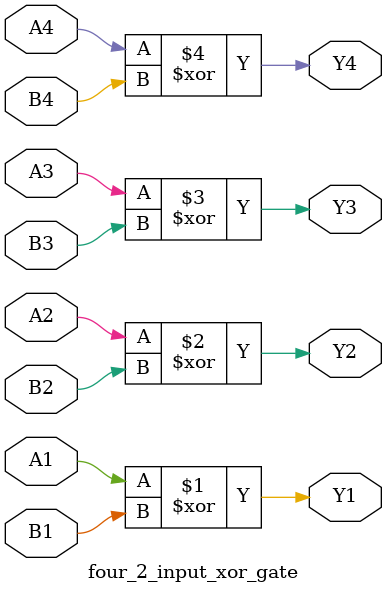
<source format=v>
`timescale 1ns / 1ps


module four_2_input_xor_gate #(parameter Delay = 0)(
    input wire A1,B1,A2,B2,A3,B3,A4,B4,
    output wire Y1,Y2,Y3,Y4
    );
 
    xor #Delay (Y1,A1,B1);
    xor #Delay (Y2,A2,B2);
    xor #Delay (Y3,A3,B3);
    xor #Delay (Y4,A4,B4);   
    
endmodule

</source>
